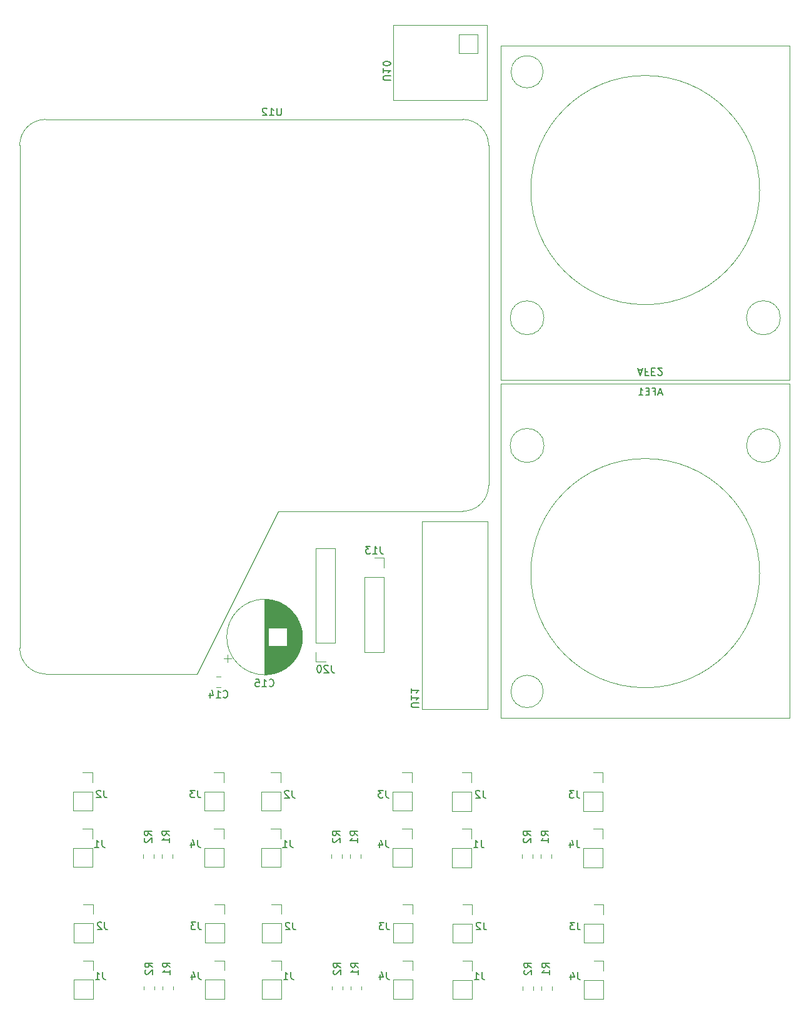
<source format=gbr>
%TF.GenerationSoftware,KiCad,Pcbnew,6.0.7-f9a2dced07~116~ubuntu20.04.1*%
%TF.CreationDate,2022-10-31T15:29:47+01:00*%
%TF.ProjectId,av_citynode_hw,61765f63-6974-4796-9e6f-64655f68772e,rev?*%
%TF.SameCoordinates,Original*%
%TF.FileFunction,Legend,Bot*%
%TF.FilePolarity,Positive*%
%FSLAX46Y46*%
G04 Gerber Fmt 4.6, Leading zero omitted, Abs format (unit mm)*
G04 Created by KiCad (PCBNEW 6.0.7-f9a2dced07~116~ubuntu20.04.1) date 2022-10-31 15:29:47*
%MOMM*%
%LPD*%
G01*
G04 APERTURE LIST*
%ADD10C,0.150000*%
%ADD11C,0.120000*%
G04 APERTURE END LIST*
D10*
%TO.C,J3*%
X246197833Y134634119D02*
X246197833Y133919833D01*
X246245452Y133776976D01*
X246340690Y133681738D01*
X246483547Y133634119D01*
X246578785Y133634119D01*
X245816880Y134634119D02*
X245197833Y134634119D01*
X245531166Y134253166D01*
X245388309Y134253166D01*
X245293071Y134205547D01*
X245245452Y134157928D01*
X245197833Y134062690D01*
X245197833Y133824595D01*
X245245452Y133729357D01*
X245293071Y133681738D01*
X245388309Y133634119D01*
X245674023Y133634119D01*
X245769261Y133681738D01*
X245816880Y133729357D01*
%TO.C,R1*%
X242379880Y128538166D02*
X241903690Y128871500D01*
X242379880Y129109595D02*
X241379880Y129109595D01*
X241379880Y128728642D01*
X241427500Y128633404D01*
X241475119Y128585785D01*
X241570357Y128538166D01*
X241713214Y128538166D01*
X241808452Y128585785D01*
X241856071Y128633404D01*
X241903690Y128728642D01*
X241903690Y129109595D01*
X242379880Y127585785D02*
X242379880Y128157214D01*
X242379880Y127871500D02*
X241379880Y127871500D01*
X241522738Y127966738D01*
X241617976Y128061976D01*
X241665595Y128157214D01*
%TO.C,C15*%
X230403180Y148774857D02*
X230450799Y148727238D01*
X230593656Y148679619D01*
X230688894Y148679619D01*
X230831751Y148727238D01*
X230926989Y148822476D01*
X230974608Y148917714D01*
X231022227Y149108190D01*
X231022227Y149251047D01*
X230974608Y149441523D01*
X230926989Y149536761D01*
X230831751Y149632000D01*
X230688894Y149679619D01*
X230593656Y149679619D01*
X230450799Y149632000D01*
X230403180Y149584380D01*
X229450799Y148679619D02*
X230022227Y148679619D01*
X229736513Y148679619D02*
X229736513Y149679619D01*
X229831751Y149536761D01*
X229926989Y149441523D01*
X230022227Y149393904D01*
X228546037Y149679619D02*
X229022227Y149679619D01*
X229069846Y149203428D01*
X229022227Y149251047D01*
X228926989Y149298666D01*
X228688894Y149298666D01*
X228593656Y149251047D01*
X228546037Y149203428D01*
X228498418Y149108190D01*
X228498418Y148870095D01*
X228546037Y148774857D01*
X228593656Y148727238D01*
X228688894Y148679619D01*
X228926989Y148679619D01*
X229022227Y148727238D01*
X229069846Y148774857D01*
%TO.C,R2*%
X240060880Y110689166D02*
X239584690Y111022500D01*
X240060880Y111260595D02*
X239060880Y111260595D01*
X239060880Y110879642D01*
X239108500Y110784404D01*
X239156119Y110736785D01*
X239251357Y110689166D01*
X239394214Y110689166D01*
X239489452Y110736785D01*
X239537071Y110784404D01*
X239584690Y110879642D01*
X239584690Y111260595D01*
X239156119Y110308214D02*
X239108500Y110260595D01*
X239060880Y110165357D01*
X239060880Y109927261D01*
X239108500Y109832023D01*
X239156119Y109784404D01*
X239251357Y109736785D01*
X239346595Y109736785D01*
X239489452Y109784404D01*
X240060880Y110355833D01*
X240060880Y109736785D01*
%TO.C,J3*%
X272137833Y116774119D02*
X272137833Y116059833D01*
X272185452Y115916976D01*
X272280690Y115821738D01*
X272423547Y115774119D01*
X272518785Y115774119D01*
X271756880Y116774119D02*
X271137833Y116774119D01*
X271471166Y116393166D01*
X271328309Y116393166D01*
X271233071Y116345547D01*
X271185452Y116297928D01*
X271137833Y116202690D01*
X271137833Y115964595D01*
X271185452Y115869357D01*
X271233071Y115821738D01*
X271328309Y115774119D01*
X271614023Y115774119D01*
X271709261Y115821738D01*
X271756880Y115869357D01*
%TO.C,J13*%
X245423523Y167652619D02*
X245423523Y166938333D01*
X245471142Y166795476D01*
X245566380Y166700238D01*
X245709238Y166652619D01*
X245804476Y166652619D01*
X244423523Y166652619D02*
X244994952Y166652619D01*
X244709238Y166652619D02*
X244709238Y167652619D01*
X244804476Y167509761D01*
X244899714Y167414523D01*
X244994952Y167366904D01*
X244090190Y167652619D02*
X243471142Y167652619D01*
X243804476Y167271666D01*
X243661619Y167271666D01*
X243566380Y167224047D01*
X243518761Y167176428D01*
X243471142Y167081190D01*
X243471142Y166843095D01*
X243518761Y166747857D01*
X243566380Y166700238D01*
X243661619Y166652619D01*
X243947333Y166652619D01*
X244042571Y166700238D01*
X244090190Y166747857D01*
%TO.C,R1*%
X268225880Y128527166D02*
X267749690Y128860500D01*
X268225880Y129098595D02*
X267225880Y129098595D01*
X267225880Y128717642D01*
X267273500Y128622404D01*
X267321119Y128574785D01*
X267416357Y128527166D01*
X267559214Y128527166D01*
X267654452Y128574785D01*
X267702071Y128622404D01*
X267749690Y128717642D01*
X267749690Y129098595D01*
X268225880Y127574785D02*
X268225880Y128146214D01*
X268225880Y127860500D02*
X267225880Y127860500D01*
X267368738Y127955738D01*
X267463976Y128050976D01*
X267511595Y128146214D01*
X268319880Y110678166D02*
X267843690Y111011500D01*
X268319880Y111249595D02*
X267319880Y111249595D01*
X267319880Y110868642D01*
X267367500Y110773404D01*
X267415119Y110725785D01*
X267510357Y110678166D01*
X267653214Y110678166D01*
X267748452Y110725785D01*
X267796071Y110773404D01*
X267843690Y110868642D01*
X267843690Y111249595D01*
X268319880Y109725785D02*
X268319880Y110297214D01*
X268319880Y110011500D02*
X267319880Y110011500D01*
X267462738Y110106738D01*
X267557976Y110201976D01*
X267605595Y110297214D01*
%TO.C,J1*%
X207757333Y127916619D02*
X207757333Y127202333D01*
X207804952Y127059476D01*
X207900190Y126964238D01*
X208043047Y126916619D01*
X208138285Y126916619D01*
X206757333Y126916619D02*
X207328761Y126916619D01*
X207043047Y126916619D02*
X207043047Y127916619D01*
X207138285Y127773761D01*
X207233523Y127678523D01*
X207328761Y127630904D01*
%TO.C,J4*%
X220711333Y127916619D02*
X220711333Y127202333D01*
X220758952Y127059476D01*
X220854190Y126964238D01*
X220997047Y126916619D01*
X221092285Y126916619D01*
X219806571Y127583285D02*
X219806571Y126916619D01*
X220044666Y127964238D02*
X220282761Y127249952D01*
X219663714Y127249952D01*
X220805333Y110067619D02*
X220805333Y109353333D01*
X220852952Y109210476D01*
X220948190Y109115238D01*
X221091047Y109067619D01*
X221186285Y109067619D01*
X219900571Y109734285D02*
X219900571Y109067619D01*
X220138666Y110115238D02*
X220376761Y109400952D01*
X219757714Y109400952D01*
%TO.C,R1*%
X216987380Y110702666D02*
X216511190Y111036000D01*
X216987380Y111274095D02*
X215987380Y111274095D01*
X215987380Y110893142D01*
X216035000Y110797904D01*
X216082619Y110750285D01*
X216177857Y110702666D01*
X216320714Y110702666D01*
X216415952Y110750285D01*
X216463571Y110797904D01*
X216511190Y110893142D01*
X216511190Y111274095D01*
X216987380Y109750285D02*
X216987380Y110321714D01*
X216987380Y110036000D02*
X215987380Y110036000D01*
X216130238Y110131238D01*
X216225476Y110226476D01*
X216273095Y110321714D01*
%TO.C,J1*%
X207851333Y110067619D02*
X207851333Y109353333D01*
X207898952Y109210476D01*
X207994190Y109115238D01*
X208137047Y109067619D01*
X208232285Y109067619D01*
X206851333Y109067619D02*
X207422761Y109067619D01*
X207137047Y109067619D02*
X207137047Y110067619D01*
X207232285Y109924761D01*
X207327523Y109829523D01*
X207422761Y109781904D01*
%TO.C,AFE1*%
X283615238Y188362333D02*
X283139047Y188362333D01*
X283710476Y188076619D02*
X283377142Y189076619D01*
X283043809Y188076619D01*
X282377142Y188600428D02*
X282710476Y188600428D01*
X282710476Y188076619D02*
X282710476Y189076619D01*
X282234285Y189076619D01*
X281853333Y188600428D02*
X281520000Y188600428D01*
X281377142Y188076619D02*
X281853333Y188076619D01*
X281853333Y189076619D01*
X281377142Y189076619D01*
X280424761Y188076619D02*
X280996190Y188076619D01*
X280710476Y188076619D02*
X280710476Y189076619D01*
X280805714Y188933761D01*
X280900952Y188838523D01*
X280996190Y188790904D01*
%TO.C,J4*%
X272137833Y110043119D02*
X272137833Y109328833D01*
X272185452Y109185976D01*
X272280690Y109090738D01*
X272423547Y109043119D01*
X272518785Y109043119D01*
X271233071Y109709785D02*
X271233071Y109043119D01*
X271471166Y110090738D02*
X271709261Y109376452D01*
X271090214Y109376452D01*
%TO.C,J3*%
X246291833Y116785119D02*
X246291833Y116070833D01*
X246339452Y115927976D01*
X246434690Y115832738D01*
X246577547Y115785119D01*
X246672785Y115785119D01*
X245910880Y116785119D02*
X245291833Y116785119D01*
X245625166Y116404166D01*
X245482309Y116404166D01*
X245387071Y116356547D01*
X245339452Y116308928D01*
X245291833Y116213690D01*
X245291833Y115975595D01*
X245339452Y115880357D01*
X245387071Y115832738D01*
X245482309Y115785119D01*
X245768023Y115785119D01*
X245863261Y115832738D01*
X245910880Y115880357D01*
%TO.C,R2*%
X265812880Y128527166D02*
X265336690Y128860500D01*
X265812880Y129098595D02*
X264812880Y129098595D01*
X264812880Y128717642D01*
X264860500Y128622404D01*
X264908119Y128574785D01*
X265003357Y128527166D01*
X265146214Y128527166D01*
X265241452Y128574785D01*
X265289071Y128622404D01*
X265336690Y128717642D01*
X265336690Y129098595D01*
X264908119Y128146214D02*
X264860500Y128098595D01*
X264812880Y128003357D01*
X264812880Y127765261D01*
X264860500Y127670023D01*
X264908119Y127622404D01*
X265003357Y127574785D01*
X265098595Y127574785D01*
X265241452Y127622404D01*
X265812880Y128193833D01*
X265812880Y127574785D01*
%TO.C,J4*%
X272043833Y127892119D02*
X272043833Y127177833D01*
X272091452Y127034976D01*
X272186690Y126939738D01*
X272329547Y126892119D01*
X272424785Y126892119D01*
X271139071Y127558785D02*
X271139071Y126892119D01*
X271377166Y127939738D02*
X271615261Y127225452D01*
X270996214Y127225452D01*
%TO.C,J1*%
X233337833Y110054119D02*
X233337833Y109339833D01*
X233385452Y109196976D01*
X233480690Y109101738D01*
X233623547Y109054119D01*
X233718785Y109054119D01*
X232337833Y109054119D02*
X232909261Y109054119D01*
X232623547Y109054119D02*
X232623547Y110054119D01*
X232718785Y109911261D01*
X232814023Y109816023D01*
X232909261Y109768404D01*
%TO.C,R2*%
X239966880Y128538166D02*
X239490690Y128871500D01*
X239966880Y129109595D02*
X238966880Y129109595D01*
X238966880Y128728642D01*
X239014500Y128633404D01*
X239062119Y128585785D01*
X239157357Y128538166D01*
X239300214Y128538166D01*
X239395452Y128585785D01*
X239443071Y128633404D01*
X239490690Y128728642D01*
X239490690Y129109595D01*
X239062119Y128157214D02*
X239014500Y128109595D01*
X238966880Y128014357D01*
X238966880Y127776261D01*
X239014500Y127681023D01*
X239062119Y127633404D01*
X239157357Y127585785D01*
X239252595Y127585785D01*
X239395452Y127633404D01*
X239966880Y128204833D01*
X239966880Y127585785D01*
%TO.C,U12*%
X232009095Y226922619D02*
X232009095Y226113095D01*
X231961476Y226017857D01*
X231913857Y225970238D01*
X231818619Y225922619D01*
X231628142Y225922619D01*
X231532904Y225970238D01*
X231485285Y226017857D01*
X231437666Y226113095D01*
X231437666Y226922619D01*
X230437666Y225922619D02*
X231009095Y225922619D01*
X230723380Y225922619D02*
X230723380Y226922619D01*
X230818619Y226779761D01*
X230913857Y226684523D01*
X231009095Y226636904D01*
X230056714Y226827380D02*
X230009095Y226875000D01*
X229913857Y226922619D01*
X229675761Y226922619D01*
X229580523Y226875000D01*
X229532904Y226827380D01*
X229485285Y226732142D01*
X229485285Y226636904D01*
X229532904Y226494047D01*
X230104333Y225922619D01*
X229485285Y225922619D01*
%TO.C,J1*%
X259089833Y127892119D02*
X259089833Y127177833D01*
X259137452Y127034976D01*
X259232690Y126939738D01*
X259375547Y126892119D01*
X259470785Y126892119D01*
X258089833Y126892119D02*
X258661261Y126892119D01*
X258375547Y126892119D02*
X258375547Y127892119D01*
X258470785Y127749261D01*
X258566023Y127654023D01*
X258661261Y127606404D01*
X259183833Y110043119D02*
X259183833Y109328833D01*
X259231452Y109185976D01*
X259326690Y109090738D01*
X259469547Y109043119D01*
X259564785Y109043119D01*
X258183833Y109043119D02*
X258755261Y109043119D01*
X258469547Y109043119D02*
X258469547Y110043119D01*
X258564785Y109900261D01*
X258660023Y109805023D01*
X258755261Y109757404D01*
%TO.C,J2*%
X233497833Y134634119D02*
X233497833Y133919833D01*
X233545452Y133776976D01*
X233640690Y133681738D01*
X233783547Y133634119D01*
X233878785Y133634119D01*
X233069261Y134538880D02*
X233021642Y134586500D01*
X232926404Y134634119D01*
X232688309Y134634119D01*
X232593071Y134586500D01*
X232545452Y134538880D01*
X232497833Y134443642D01*
X232497833Y134348404D01*
X232545452Y134205547D01*
X233116880Y133634119D01*
X232497833Y133634119D01*
%TO.C,AFE2*%
X280424761Y191489666D02*
X280900952Y191489666D01*
X280329523Y191775380D02*
X280662857Y190775380D01*
X280996190Y191775380D01*
X281662857Y191251571D02*
X281329523Y191251571D01*
X281329523Y191775380D02*
X281329523Y190775380D01*
X281805714Y190775380D01*
X282186666Y191251571D02*
X282520000Y191251571D01*
X282662857Y191775380D02*
X282186666Y191775380D01*
X282186666Y190775380D01*
X282662857Y190775380D01*
X283043809Y190870619D02*
X283091428Y190823000D01*
X283186666Y190775380D01*
X283424761Y190775380D01*
X283520000Y190823000D01*
X283567619Y190870619D01*
X283615238Y190965857D01*
X283615238Y191061095D01*
X283567619Y191203952D01*
X282996190Y191775380D01*
X283615238Y191775380D01*
%TO.C,C14*%
X224174857Y147248857D02*
X224222476Y147201238D01*
X224365333Y147153619D01*
X224460571Y147153619D01*
X224603428Y147201238D01*
X224698666Y147296476D01*
X224746285Y147391714D01*
X224793904Y147582190D01*
X224793904Y147725047D01*
X224746285Y147915523D01*
X224698666Y148010761D01*
X224603428Y148106000D01*
X224460571Y148153619D01*
X224365333Y148153619D01*
X224222476Y148106000D01*
X224174857Y148058380D01*
X223222476Y147153619D02*
X223793904Y147153619D01*
X223508190Y147153619D02*
X223508190Y148153619D01*
X223603428Y148010761D01*
X223698666Y147915523D01*
X223793904Y147867904D01*
X222365333Y147820285D02*
X222365333Y147153619D01*
X222603428Y148201238D02*
X222841523Y147486952D01*
X222222476Y147486952D01*
%TO.C,U11*%
X250622619Y145888904D02*
X249813095Y145888904D01*
X249717857Y145936523D01*
X249670238Y145984142D01*
X249622619Y146079380D01*
X249622619Y146269857D01*
X249670238Y146365095D01*
X249717857Y146412714D01*
X249813095Y146460333D01*
X250622619Y146460333D01*
X249622619Y147460333D02*
X249622619Y146888904D01*
X249622619Y147174619D02*
X250622619Y147174619D01*
X250479761Y147079380D01*
X250384523Y146984142D01*
X250336904Y146888904D01*
X249622619Y148412714D02*
X249622619Y147841285D01*
X249622619Y148127000D02*
X250622619Y148127000D01*
X250479761Y148031761D01*
X250384523Y147936523D01*
X250336904Y147841285D01*
%TO.C,J3*%
X220711333Y134647619D02*
X220711333Y133933333D01*
X220758952Y133790476D01*
X220854190Y133695238D01*
X220997047Y133647619D01*
X221092285Y133647619D01*
X220330380Y134647619D02*
X219711333Y134647619D01*
X220044666Y134266666D01*
X219901809Y134266666D01*
X219806571Y134219047D01*
X219758952Y134171428D01*
X219711333Y134076190D01*
X219711333Y133838095D01*
X219758952Y133742857D01*
X219806571Y133695238D01*
X219901809Y133647619D01*
X220187523Y133647619D01*
X220282761Y133695238D01*
X220330380Y133742857D01*
X272043833Y134623119D02*
X272043833Y133908833D01*
X272091452Y133765976D01*
X272186690Y133670738D01*
X272329547Y133623119D01*
X272424785Y133623119D01*
X271662880Y134623119D02*
X271043833Y134623119D01*
X271377166Y134242166D01*
X271234309Y134242166D01*
X271139071Y134194547D01*
X271091452Y134146928D01*
X271043833Y134051690D01*
X271043833Y133813595D01*
X271091452Y133718357D01*
X271139071Y133670738D01*
X271234309Y133623119D01*
X271520023Y133623119D01*
X271615261Y133670738D01*
X271662880Y133718357D01*
%TO.C,J2*%
X208011333Y134647619D02*
X208011333Y133933333D01*
X208058952Y133790476D01*
X208154190Y133695238D01*
X208297047Y133647619D01*
X208392285Y133647619D01*
X207582761Y134552380D02*
X207535142Y134600000D01*
X207439904Y134647619D01*
X207201809Y134647619D01*
X207106571Y134600000D01*
X207058952Y134552380D01*
X207011333Y134457142D01*
X207011333Y134361904D01*
X207058952Y134219047D01*
X207630380Y133647619D01*
X207011333Y133647619D01*
X259343833Y134623119D02*
X259343833Y133908833D01*
X259391452Y133765976D01*
X259486690Y133670738D01*
X259629547Y133623119D01*
X259724785Y133623119D01*
X258915261Y134527880D02*
X258867642Y134575500D01*
X258772404Y134623119D01*
X258534309Y134623119D01*
X258439071Y134575500D01*
X258391452Y134527880D01*
X258343833Y134432642D01*
X258343833Y134337404D01*
X258391452Y134194547D01*
X258962880Y133623119D01*
X258343833Y133623119D01*
%TO.C,J3*%
X220805333Y116798619D02*
X220805333Y116084333D01*
X220852952Y115941476D01*
X220948190Y115846238D01*
X221091047Y115798619D01*
X221186285Y115798619D01*
X220424380Y116798619D02*
X219805333Y116798619D01*
X220138666Y116417666D01*
X219995809Y116417666D01*
X219900571Y116370047D01*
X219852952Y116322428D01*
X219805333Y116227190D01*
X219805333Y115989095D01*
X219852952Y115893857D01*
X219900571Y115846238D01*
X219995809Y115798619D01*
X220281523Y115798619D01*
X220376761Y115846238D01*
X220424380Y115893857D01*
%TO.C,R1*%
X216893380Y128551666D02*
X216417190Y128885000D01*
X216893380Y129123095D02*
X215893380Y129123095D01*
X215893380Y128742142D01*
X215941000Y128646904D01*
X215988619Y128599285D01*
X216083857Y128551666D01*
X216226714Y128551666D01*
X216321952Y128599285D01*
X216369571Y128646904D01*
X216417190Y128742142D01*
X216417190Y129123095D01*
X216893380Y127599285D02*
X216893380Y128170714D01*
X216893380Y127885000D02*
X215893380Y127885000D01*
X216036238Y127980238D01*
X216131476Y128075476D01*
X216179095Y128170714D01*
%TO.C,U10*%
X246812619Y230724904D02*
X246003095Y230724904D01*
X245907857Y230772523D01*
X245860238Y230820142D01*
X245812619Y230915380D01*
X245812619Y231105857D01*
X245860238Y231201095D01*
X245907857Y231248714D01*
X246003095Y231296333D01*
X246812619Y231296333D01*
X245812619Y232296333D02*
X245812619Y231724904D01*
X245812619Y232010619D02*
X246812619Y232010619D01*
X246669761Y231915380D01*
X246574523Y231820142D01*
X246526904Y231724904D01*
X246812619Y232915380D02*
X246812619Y233010619D01*
X246765000Y233105857D01*
X246717380Y233153476D01*
X246622142Y233201095D01*
X246431666Y233248714D01*
X246193571Y233248714D01*
X246003095Y233201095D01*
X245907857Y233153476D01*
X245860238Y233105857D01*
X245812619Y233010619D01*
X245812619Y232915380D01*
X245860238Y232820142D01*
X245907857Y232772523D01*
X246003095Y232724904D01*
X246193571Y232677285D01*
X246431666Y232677285D01*
X246622142Y232724904D01*
X246717380Y232772523D01*
X246765000Y232820142D01*
X246812619Y232915380D01*
%TO.C,J2*%
X208105333Y116798619D02*
X208105333Y116084333D01*
X208152952Y115941476D01*
X208248190Y115846238D01*
X208391047Y115798619D01*
X208486285Y115798619D01*
X207676761Y116703380D02*
X207629142Y116751000D01*
X207533904Y116798619D01*
X207295809Y116798619D01*
X207200571Y116751000D01*
X207152952Y116703380D01*
X207105333Y116608142D01*
X207105333Y116512904D01*
X207152952Y116370047D01*
X207724380Y115798619D01*
X207105333Y115798619D01*
X233591833Y116785119D02*
X233591833Y116070833D01*
X233639452Y115927976D01*
X233734690Y115832738D01*
X233877547Y115785119D01*
X233972785Y115785119D01*
X233163261Y116689880D02*
X233115642Y116737500D01*
X233020404Y116785119D01*
X232782309Y116785119D01*
X232687071Y116737500D01*
X232639452Y116689880D01*
X232591833Y116594642D01*
X232591833Y116499404D01*
X232639452Y116356547D01*
X233210880Y115785119D01*
X232591833Y115785119D01*
%TO.C,R2*%
X265906880Y110678166D02*
X265430690Y111011500D01*
X265906880Y111249595D02*
X264906880Y111249595D01*
X264906880Y110868642D01*
X264954500Y110773404D01*
X265002119Y110725785D01*
X265097357Y110678166D01*
X265240214Y110678166D01*
X265335452Y110725785D01*
X265383071Y110773404D01*
X265430690Y110868642D01*
X265430690Y111249595D01*
X265002119Y110297214D02*
X264954500Y110249595D01*
X264906880Y110154357D01*
X264906880Y109916261D01*
X264954500Y109821023D01*
X265002119Y109773404D01*
X265097357Y109725785D01*
X265192595Y109725785D01*
X265335452Y109773404D01*
X265906880Y110344833D01*
X265906880Y109725785D01*
%TO.C,R1*%
X242473880Y110689166D02*
X241997690Y111022500D01*
X242473880Y111260595D02*
X241473880Y111260595D01*
X241473880Y110879642D01*
X241521500Y110784404D01*
X241569119Y110736785D01*
X241664357Y110689166D01*
X241807214Y110689166D01*
X241902452Y110736785D01*
X241950071Y110784404D01*
X241997690Y110879642D01*
X241997690Y111260595D01*
X242473880Y109736785D02*
X242473880Y110308214D01*
X242473880Y110022500D02*
X241473880Y110022500D01*
X241616738Y110117738D01*
X241711976Y110212976D01*
X241759595Y110308214D01*
%TO.C,J2*%
X259437833Y116774119D02*
X259437833Y116059833D01*
X259485452Y115916976D01*
X259580690Y115821738D01*
X259723547Y115774119D01*
X259818785Y115774119D01*
X259009261Y116678880D02*
X258961642Y116726500D01*
X258866404Y116774119D01*
X258628309Y116774119D01*
X258533071Y116726500D01*
X258485452Y116678880D01*
X258437833Y116583642D01*
X258437833Y116488404D01*
X258485452Y116345547D01*
X259056880Y115774119D01*
X258437833Y115774119D01*
%TO.C,J4*%
X246291833Y110054119D02*
X246291833Y109339833D01*
X246339452Y109196976D01*
X246434690Y109101738D01*
X246577547Y109054119D01*
X246672785Y109054119D01*
X245387071Y109720785D02*
X245387071Y109054119D01*
X245625166Y110101738D02*
X245863261Y109387452D01*
X245244214Y109387452D01*
%TO.C,R2*%
X214480380Y128551666D02*
X214004190Y128885000D01*
X214480380Y129123095D02*
X213480380Y129123095D01*
X213480380Y128742142D01*
X213528000Y128646904D01*
X213575619Y128599285D01*
X213670857Y128551666D01*
X213813714Y128551666D01*
X213908952Y128599285D01*
X213956571Y128646904D01*
X214004190Y128742142D01*
X214004190Y129123095D01*
X213575619Y128170714D02*
X213528000Y128123095D01*
X213480380Y128027857D01*
X213480380Y127789761D01*
X213528000Y127694523D01*
X213575619Y127646904D01*
X213670857Y127599285D01*
X213766095Y127599285D01*
X213908952Y127646904D01*
X214480380Y128218333D01*
X214480380Y127599285D01*
%TO.C,J4*%
X246197833Y127903119D02*
X246197833Y127188833D01*
X246245452Y127045976D01*
X246340690Y126950738D01*
X246483547Y126903119D01*
X246578785Y126903119D01*
X245293071Y127569785D02*
X245293071Y126903119D01*
X245531166Y127950738D02*
X245769261Y127236452D01*
X245150214Y127236452D01*
%TO.C,J20*%
X238819523Y151567619D02*
X238819523Y150853333D01*
X238867142Y150710476D01*
X238962380Y150615238D01*
X239105238Y150567619D01*
X239200476Y150567619D01*
X238390952Y151472380D02*
X238343333Y151520000D01*
X238248095Y151567619D01*
X238010000Y151567619D01*
X237914761Y151520000D01*
X237867142Y151472380D01*
X237819523Y151377142D01*
X237819523Y151281904D01*
X237867142Y151139047D01*
X238438571Y150567619D01*
X237819523Y150567619D01*
X237200476Y151567619D02*
X237105238Y151567619D01*
X237010000Y151520000D01*
X236962380Y151472380D01*
X236914761Y151377142D01*
X236867142Y151186666D01*
X236867142Y150948571D01*
X236914761Y150758095D01*
X236962380Y150662857D01*
X237010000Y150615238D01*
X237105238Y150567619D01*
X237200476Y150567619D01*
X237295714Y150615238D01*
X237343333Y150662857D01*
X237390952Y150758095D01*
X237438571Y150948571D01*
X237438571Y151186666D01*
X237390952Y151377142D01*
X237343333Y151472380D01*
X237295714Y151520000D01*
X237200476Y151567619D01*
%TO.C,J1*%
X233243833Y127903119D02*
X233243833Y127188833D01*
X233291452Y127045976D01*
X233386690Y126950738D01*
X233529547Y126903119D01*
X233624785Y126903119D01*
X232243833Y126903119D02*
X232815261Y126903119D01*
X232529547Y126903119D02*
X232529547Y127903119D01*
X232624785Y127760261D01*
X232720023Y127665023D01*
X232815261Y127617404D01*
%TO.C,R2*%
X214574380Y110702666D02*
X214098190Y111036000D01*
X214574380Y111274095D02*
X213574380Y111274095D01*
X213574380Y110893142D01*
X213622000Y110797904D01*
X213669619Y110750285D01*
X213764857Y110702666D01*
X213907714Y110702666D01*
X214002952Y110750285D01*
X214050571Y110797904D01*
X214098190Y110893142D01*
X214098190Y111274095D01*
X213669619Y110321714D02*
X213622000Y110274095D01*
X213574380Y110178857D01*
X213574380Y109940761D01*
X213622000Y109845523D01*
X213669619Y109797904D01*
X213764857Y109750285D01*
X213860095Y109750285D01*
X214002952Y109797904D01*
X214574380Y110369333D01*
X214574380Y109750285D01*
D11*
%TO.C,J3*%
X249734500Y131867500D02*
X247074500Y131867500D01*
X249734500Y137067500D02*
X248404500Y137067500D01*
X249734500Y134467500D02*
X247074500Y134467500D01*
X247074500Y134467500D02*
X247074500Y131867500D01*
X249734500Y135737500D02*
X249734500Y137067500D01*
X249734500Y134467500D02*
X249734500Y131867500D01*
%TO.C,R1*%
X242789500Y125947564D02*
X242789500Y125493436D01*
X241319500Y125947564D02*
X241319500Y125493436D01*
%TO.C,C15*%
X234880323Y155382000D02*
G75*
G03*
X234880323Y155382000I-5120000J0D01*
G01*
X231281323Y150532000D02*
X231281323Y154141000D01*
X231761323Y156623000D02*
X231761323Y160056000D01*
X231201323Y156623000D02*
X231201323Y160256000D01*
X234081323Y152673000D02*
X234081323Y158091000D01*
X232601323Y156623000D02*
X232601323Y159603000D01*
X232641323Y156623000D02*
X232641323Y159576000D01*
X232441323Y156623000D02*
X232441323Y159705000D01*
X232401323Y151035000D02*
X232401323Y154141000D01*
X231801323Y150725000D02*
X231801323Y154141000D01*
X232681323Y151216000D02*
X232681323Y154141000D01*
X230561323Y150364000D02*
X230561323Y154141000D01*
X232001323Y150818000D02*
X232001323Y154141000D01*
X230040323Y150309000D02*
X230040323Y160455000D01*
X231881323Y150761000D02*
X231881323Y154141000D01*
X231681323Y156623000D02*
X231681323Y160089000D01*
X234041323Y152612000D02*
X234041323Y158152000D01*
X230440323Y150347000D02*
X230440323Y154141000D01*
X230160323Y150317000D02*
X230160323Y160447000D01*
X231721323Y156623000D02*
X231721323Y160072000D01*
X231441323Y156623000D02*
X231441323Y160179000D01*
X234721323Y154152000D02*
X234721323Y156612000D01*
X232161323Y156623000D02*
X232161323Y159865000D01*
X231041323Y156623000D02*
X231041323Y160300000D01*
X229920323Y150304000D02*
X229920323Y160460000D01*
X230521323Y156623000D02*
X230521323Y160406000D01*
X233881323Y152382000D02*
X233881323Y158382000D01*
X231761323Y150708000D02*
X231761323Y154141000D01*
X234321323Y153093000D02*
X234321323Y157671000D01*
X232081323Y150857000D02*
X232081323Y154141000D01*
X233641323Y152081000D02*
X233641323Y158683000D01*
X232041323Y150837000D02*
X232041323Y154141000D01*
X232721323Y156623000D02*
X232721323Y159520000D01*
X233481323Y151904000D02*
X233481323Y158860000D01*
X231561323Y150628000D02*
X231561323Y154141000D01*
X232241323Y150942000D02*
X232241323Y154141000D01*
X230521323Y150358000D02*
X230521323Y154141000D01*
X234281323Y153017000D02*
X234281323Y157747000D01*
X230681323Y150385000D02*
X230681323Y154141000D01*
X232681323Y156623000D02*
X232681323Y159548000D01*
X234361323Y153173000D02*
X234361323Y157591000D01*
X230400323Y150342000D02*
X230400323Y154141000D01*
X229960323Y150305000D02*
X229960323Y160459000D01*
X232041323Y156623000D02*
X232041323Y159927000D01*
X231921323Y156623000D02*
X231921323Y159985000D01*
X234121323Y152737000D02*
X234121323Y158027000D01*
X232281323Y156623000D02*
X232281323Y159799000D01*
X232321323Y156623000D02*
X232321323Y159777000D01*
X230641323Y156623000D02*
X230641323Y160386000D01*
X231001323Y156623000D02*
X231001323Y160310000D01*
X232841323Y151332000D02*
X232841323Y159432000D01*
X230721323Y150392000D02*
X230721323Y154141000D01*
X231201323Y150508000D02*
X231201323Y154141000D01*
X230400323Y156623000D02*
X230400323Y160422000D01*
X232881323Y151362000D02*
X232881323Y159402000D01*
X231841323Y156623000D02*
X231841323Y160021000D01*
X232761323Y151272000D02*
X232761323Y159492000D01*
X231481323Y150599000D02*
X231481323Y154141000D01*
X231121323Y156623000D02*
X231121323Y160279000D01*
X231281323Y156623000D02*
X231281323Y160232000D01*
X231641323Y150659000D02*
X231641323Y154141000D01*
X231361323Y150558000D02*
X231361323Y154141000D01*
X232161323Y150899000D02*
X232161323Y154141000D01*
X231321323Y156623000D02*
X231321323Y160219000D01*
X232721323Y151244000D02*
X232721323Y154141000D01*
X230641323Y150378000D02*
X230641323Y154141000D01*
X231841323Y150743000D02*
X231841323Y154141000D01*
X231361323Y156623000D02*
X231361323Y160206000D01*
X230761323Y156623000D02*
X230761323Y160364000D01*
X233841323Y152328000D02*
X233841323Y158436000D01*
X231961323Y150798000D02*
X231961323Y154141000D01*
X230320323Y150332000D02*
X230320323Y154141000D01*
X233201323Y151629000D02*
X233201323Y159135000D01*
X231441323Y150585000D02*
X231441323Y154141000D01*
X231481323Y156623000D02*
X231481323Y160165000D01*
X232201323Y150920000D02*
X232201323Y154141000D01*
X231681323Y150675000D02*
X231681323Y154141000D01*
X234681323Y154004000D02*
X234681323Y156760000D01*
X234001323Y152552000D02*
X234001323Y158212000D01*
X231401323Y150571000D02*
X231401323Y154141000D01*
X233401323Y151821000D02*
X233401323Y158943000D01*
X234801323Y154520000D02*
X234801323Y156244000D01*
X234201323Y152872000D02*
X234201323Y157892000D01*
X234481323Y153438000D02*
X234481323Y157326000D01*
X233241323Y151666000D02*
X233241323Y159098000D01*
X233761323Y152226000D02*
X233761323Y158538000D01*
X233281323Y151703000D02*
X233281323Y159061000D01*
X231801323Y156623000D02*
X231801323Y160039000D01*
X233441323Y151862000D02*
X233441323Y158902000D01*
X230200323Y150320000D02*
X230200323Y160444000D01*
X233121323Y151558000D02*
X233121323Y159206000D01*
X230881323Y150426000D02*
X230881323Y154141000D01*
X230761323Y150400000D02*
X230761323Y154141000D01*
X230601323Y156623000D02*
X230601323Y160393000D01*
X232121323Y156623000D02*
X232121323Y159886000D01*
X230841323Y156623000D02*
X230841323Y160347000D01*
X230481323Y150352000D02*
X230481323Y154141000D01*
X224780677Y152007000D02*
X224780677Y153007000D01*
X230481323Y156623000D02*
X230481323Y160412000D01*
X231921323Y150779000D02*
X231921323Y154141000D01*
X229880323Y150303000D02*
X229880323Y160461000D01*
X234241323Y152943000D02*
X234241323Y157821000D01*
X232081323Y156623000D02*
X232081323Y159907000D01*
X230841323Y150417000D02*
X230841323Y154141000D01*
X231001323Y150454000D02*
X231001323Y154141000D01*
X232441323Y151059000D02*
X232441323Y154141000D01*
X230360323Y156623000D02*
X230360323Y160427000D01*
X232521323Y151109000D02*
X232521323Y154141000D01*
X231601323Y150644000D02*
X231601323Y154141000D01*
X232201323Y156623000D02*
X232201323Y159844000D01*
X234841323Y154783000D02*
X234841323Y155981000D01*
X230240323Y150324000D02*
X230240323Y160440000D01*
X230881323Y156623000D02*
X230881323Y160338000D01*
X224280677Y152507000D02*
X225280677Y152507000D01*
X232641323Y151188000D02*
X232641323Y154141000D01*
X232521323Y156623000D02*
X232521323Y159655000D01*
X233801323Y152276000D02*
X233801323Y158488000D01*
X234401323Y153257000D02*
X234401323Y157507000D01*
X232401323Y156623000D02*
X232401323Y159729000D01*
X231321323Y150545000D02*
X231321323Y154141000D01*
X231121323Y150485000D02*
X231121323Y154141000D01*
X234441323Y153345000D02*
X234441323Y157419000D01*
X230801323Y150408000D02*
X230801323Y154141000D01*
X232801323Y151302000D02*
X232801323Y159462000D01*
X232601323Y151161000D02*
X232601323Y154141000D01*
X232481323Y151084000D02*
X232481323Y154141000D01*
X231161323Y150497000D02*
X231161323Y154141000D01*
X230681323Y156623000D02*
X230681323Y160379000D01*
X232561323Y156623000D02*
X232561323Y159629000D01*
X231401323Y156623000D02*
X231401323Y160193000D01*
X234561323Y153640000D02*
X234561323Y157124000D01*
X232961323Y151425000D02*
X232961323Y159339000D01*
X231041323Y150464000D02*
X231041323Y154141000D01*
X230360323Y150337000D02*
X230360323Y154141000D01*
X233521323Y151946000D02*
X233521323Y158818000D01*
X230080323Y150312000D02*
X230080323Y160452000D01*
X233681323Y152128000D02*
X233681323Y158636000D01*
X233961323Y152493000D02*
X233961323Y158271000D01*
X233041323Y151490000D02*
X233041323Y159274000D01*
X230440323Y156623000D02*
X230440323Y160417000D01*
X233161323Y151593000D02*
X233161323Y159171000D01*
X230921323Y150435000D02*
X230921323Y154141000D01*
X231961323Y156623000D02*
X231961323Y159966000D01*
X233321323Y151742000D02*
X233321323Y159022000D01*
X230601323Y150371000D02*
X230601323Y154141000D01*
X232921323Y151393000D02*
X232921323Y159371000D01*
X231881323Y156623000D02*
X231881323Y160003000D01*
X231641323Y156623000D02*
X231641323Y160105000D01*
X234761323Y154320000D02*
X234761323Y156444000D01*
X232481323Y156623000D02*
X232481323Y159680000D01*
X233081323Y151524000D02*
X233081323Y159240000D01*
X232561323Y151135000D02*
X232561323Y154141000D01*
X231081323Y156623000D02*
X231081323Y160289000D01*
X233601323Y152035000D02*
X233601323Y158729000D01*
X230561323Y156623000D02*
X230561323Y160400000D01*
X230320323Y156623000D02*
X230320323Y160432000D01*
X232001323Y156623000D02*
X232001323Y159946000D01*
X234601323Y153752000D02*
X234601323Y157012000D01*
X232121323Y150878000D02*
X232121323Y154141000D01*
X230961323Y150444000D02*
X230961323Y154141000D01*
X230801323Y156623000D02*
X230801323Y160356000D01*
X233721323Y152176000D02*
X233721323Y158588000D01*
X231521323Y150614000D02*
X231521323Y154141000D01*
X231161323Y156623000D02*
X231161323Y160267000D01*
X231241323Y156623000D02*
X231241323Y160244000D01*
X234521323Y153536000D02*
X234521323Y157228000D01*
X233561323Y151990000D02*
X233561323Y158774000D01*
X233361323Y151781000D02*
X233361323Y158983000D01*
X229800323Y150302000D02*
X229800323Y160462000D01*
X230921323Y156623000D02*
X230921323Y160329000D01*
X230000323Y150307000D02*
X230000323Y160457000D01*
X232281323Y150965000D02*
X232281323Y154141000D01*
X232321323Y150987000D02*
X232321323Y154141000D01*
X231081323Y150475000D02*
X231081323Y154141000D01*
X230280323Y150328000D02*
X230280323Y154141000D01*
X231521323Y156623000D02*
X231521323Y160150000D01*
X233001323Y151457000D02*
X233001323Y159307000D01*
X234641323Y153872000D02*
X234641323Y156892000D01*
X229840323Y150302000D02*
X229840323Y160462000D01*
X232361323Y151011000D02*
X232361323Y154141000D01*
X230280323Y156623000D02*
X230280323Y160436000D01*
X231721323Y150692000D02*
X231721323Y154141000D01*
X233921323Y152437000D02*
X233921323Y158327000D01*
X229760323Y150302000D02*
X229760323Y160462000D01*
X230120323Y150314000D02*
X230120323Y160450000D01*
X234161323Y152803000D02*
X234161323Y157961000D01*
X230721323Y156623000D02*
X230721323Y160372000D01*
X232241323Y156623000D02*
X232241323Y159822000D01*
X232361323Y156623000D02*
X232361323Y159753000D01*
X231601323Y156623000D02*
X231601323Y160120000D01*
X231241323Y150520000D02*
X231241323Y154141000D01*
X231561323Y156623000D02*
X231561323Y160136000D01*
X230961323Y156623000D02*
X230961323Y160320000D01*
%TO.C,R2*%
X240343500Y108098564D02*
X240343500Y107644436D01*
X238873500Y108098564D02*
X238873500Y107644436D01*
%TO.C,J3*%
X275674500Y114007500D02*
X273014500Y114007500D01*
X275674500Y119207500D02*
X274344500Y119207500D01*
X275674500Y116607500D02*
X273014500Y116607500D01*
X273014500Y116607500D02*
X273014500Y114007500D01*
X275674500Y117877500D02*
X275674500Y119207500D01*
X275674500Y116607500D02*
X275674500Y114007500D01*
%TO.C,J13*%
X245944000Y153285000D02*
X243284000Y153285000D01*
X243284000Y163505000D02*
X243284000Y153285000D01*
X245944000Y164775000D02*
X245944000Y166105000D01*
X245944000Y163505000D02*
X243284000Y163505000D01*
X245944000Y166105000D02*
X244614000Y166105000D01*
X245944000Y163505000D02*
X245944000Y153285000D01*
%TO.C,R1*%
X268635500Y125936564D02*
X268635500Y125482436D01*
X267165500Y125936564D02*
X267165500Y125482436D01*
X268729500Y108087564D02*
X268729500Y107633436D01*
X267259500Y108087564D02*
X267259500Y107633436D01*
%TO.C,J1*%
X203808000Y126861000D02*
X203808000Y124261000D01*
X206468000Y129461000D02*
X205138000Y129461000D01*
X206468000Y126861000D02*
X206468000Y124261000D01*
X206468000Y128131000D02*
X206468000Y129461000D01*
X206468000Y124261000D02*
X203808000Y124261000D01*
X206468000Y126861000D02*
X203808000Y126861000D01*
%TO.C,J4*%
X224248000Y126861000D02*
X224248000Y124261000D01*
X224248000Y124261000D02*
X221588000Y124261000D01*
X224248000Y128131000D02*
X224248000Y129461000D01*
X224248000Y126861000D02*
X221588000Y126861000D01*
X224248000Y129461000D02*
X222918000Y129461000D01*
X221588000Y126861000D02*
X221588000Y124261000D01*
X224342000Y109012000D02*
X224342000Y106412000D01*
X224342000Y106412000D02*
X221682000Y106412000D01*
X224342000Y110282000D02*
X224342000Y111612000D01*
X224342000Y109012000D02*
X221682000Y109012000D01*
X224342000Y111612000D02*
X223012000Y111612000D01*
X221682000Y109012000D02*
X221682000Y106412000D01*
%TO.C,R1*%
X217397000Y108112064D02*
X217397000Y107657936D01*
X215927000Y108112064D02*
X215927000Y107657936D01*
%TO.C,J1*%
X203902000Y109012000D02*
X203902000Y106412000D01*
X206562000Y111612000D02*
X205232000Y111612000D01*
X206562000Y109012000D02*
X206562000Y106412000D01*
X206562000Y110282000D02*
X206562000Y111612000D01*
X206562000Y106412000D02*
X203902000Y106412000D01*
X206562000Y109012000D02*
X203902000Y109012000D01*
%TO.C,AFE1*%
X299619068Y198562000D02*
G75*
G03*
X299619068Y198562000I-2300068J0D01*
G01*
X267485177Y231836000D02*
G75*
G03*
X267485177Y231836000I-2170177J0D01*
G01*
X267601000Y198562000D02*
G75*
G03*
X267601000Y198562000I-2286000J0D01*
G01*
X296813082Y215834000D02*
G75*
G03*
X296813082Y215834000I-15496082J0D01*
G01*
X300875000Y235392000D02*
X261759000Y235392000D01*
X261759000Y235392000D02*
X261759000Y190180000D01*
X300875000Y190180000D02*
X300875000Y235138000D01*
X282841000Y190180000D02*
X300875000Y190180000D01*
X300875000Y235138000D02*
X300875000Y235392000D01*
X261759000Y190180000D02*
X282841000Y190180000D01*
%TO.C,J4*%
X275674500Y108987500D02*
X275674500Y106387500D01*
X275674500Y106387500D02*
X273014500Y106387500D01*
X275674500Y110257500D02*
X275674500Y111587500D01*
X275674500Y108987500D02*
X273014500Y108987500D01*
X275674500Y111587500D02*
X274344500Y111587500D01*
X273014500Y108987500D02*
X273014500Y106387500D01*
%TO.C,J3*%
X249828500Y114018500D02*
X247168500Y114018500D01*
X249828500Y119218500D02*
X248498500Y119218500D01*
X249828500Y116618500D02*
X247168500Y116618500D01*
X247168500Y116618500D02*
X247168500Y114018500D01*
X249828500Y117888500D02*
X249828500Y119218500D01*
X249828500Y116618500D02*
X249828500Y114018500D01*
%TO.C,R2*%
X266095500Y125936564D02*
X266095500Y125482436D01*
X264625500Y125936564D02*
X264625500Y125482436D01*
%TO.C,J4*%
X275580500Y126836500D02*
X275580500Y124236500D01*
X275580500Y124236500D02*
X272920500Y124236500D01*
X275580500Y128106500D02*
X275580500Y129436500D01*
X275580500Y126836500D02*
X272920500Y126836500D01*
X275580500Y129436500D02*
X274250500Y129436500D01*
X272920500Y126836500D02*
X272920500Y124236500D01*
%TO.C,J1*%
X229388500Y108998500D02*
X229388500Y106398500D01*
X232048500Y111598500D02*
X230718500Y111598500D01*
X232048500Y108998500D02*
X232048500Y106398500D01*
X232048500Y110268500D02*
X232048500Y111598500D01*
X232048500Y106398500D02*
X229388500Y106398500D01*
X232048500Y108998500D02*
X229388500Y108998500D01*
%TO.C,R2*%
X240249500Y125947564D02*
X240249500Y125493436D01*
X238779500Y125947564D02*
X238779500Y125493436D01*
%TO.C,U12*%
X256608000Y225394000D02*
X200108000Y225394000D01*
X196608000Y221894000D02*
X196608000Y153894000D01*
X231608000Y172394000D02*
X256608000Y172394000D01*
X220608000Y150394000D02*
X231608000Y172394000D01*
X260108000Y221894000D02*
X260108000Y175894000D01*
X200108000Y150394000D02*
X220608000Y150394000D01*
X196608000Y153894000D02*
G75*
G03*
X200108000Y150394000I3499999J-1D01*
G01*
X260108000Y221894000D02*
G75*
G03*
X256608000Y225394000I-3500000J0D01*
G01*
X200108000Y225394000D02*
G75*
G03*
X196608000Y221894000I0J-3500000D01*
G01*
X256608000Y172394000D02*
G75*
G03*
X260108000Y175894000I1J3499999D01*
G01*
%TO.C,J1*%
X255140500Y126836500D02*
X255140500Y124236500D01*
X257800500Y129436500D02*
X256470500Y129436500D01*
X257800500Y126836500D02*
X257800500Y124236500D01*
X257800500Y128106500D02*
X257800500Y129436500D01*
X257800500Y124236500D02*
X255140500Y124236500D01*
X257800500Y126836500D02*
X255140500Y126836500D01*
X255234500Y108987500D02*
X255234500Y106387500D01*
X257894500Y111587500D02*
X256564500Y111587500D01*
X257894500Y108987500D02*
X257894500Y106387500D01*
X257894500Y110257500D02*
X257894500Y111587500D01*
X257894500Y106387500D02*
X255234500Y106387500D01*
X257894500Y108987500D02*
X255234500Y108987500D01*
%TO.C,J2*%
X229294500Y134467500D02*
X229294500Y131867500D01*
X231954500Y135737500D02*
X231954500Y137067500D01*
X231954500Y134467500D02*
X231954500Y131867500D01*
X231954500Y134467500D02*
X229294500Y134467500D01*
X231954500Y137067500D02*
X230624500Y137067500D01*
X231954500Y131867500D02*
X229294500Y131867500D01*
%TO.C,AFE2*%
X267615068Y181290000D02*
G75*
G03*
X267615068Y181290000I-2300068J0D01*
G01*
X299605000Y181290000D02*
G75*
G03*
X299605000Y181290000I-2286000J0D01*
G01*
X296813082Y164018000D02*
G75*
G03*
X296813082Y164018000I-15496082J0D01*
G01*
X267499991Y148016000D02*
G75*
G03*
X267499991Y148016000I-2184991J0D01*
G01*
X300875000Y189672000D02*
X279793000Y189672000D01*
X261759000Y144460000D02*
X300875000Y144460000D01*
X279793000Y189672000D02*
X261759000Y189672000D01*
X261759000Y144714000D02*
X261759000Y144460000D01*
X261759000Y189672000D02*
X261759000Y144714000D01*
X300875000Y144460000D02*
X300875000Y189672000D01*
%TO.C,C14*%
X223270748Y148551000D02*
X223793252Y148551000D01*
X223270748Y150021000D02*
X223793252Y150021000D01*
%TO.C,U11*%
X251099000Y145603000D02*
X259989000Y145603000D01*
X259989000Y145603000D02*
X259989000Y171003000D01*
X259989000Y171003000D02*
X251099000Y171003000D01*
X251099000Y171003000D02*
X251099000Y145603000D01*
%TO.C,J3*%
X224248000Y131881000D02*
X221588000Y131881000D01*
X224248000Y137081000D02*
X222918000Y137081000D01*
X224248000Y134481000D02*
X221588000Y134481000D01*
X221588000Y134481000D02*
X221588000Y131881000D01*
X224248000Y135751000D02*
X224248000Y137081000D01*
X224248000Y134481000D02*
X224248000Y131881000D01*
X275580500Y131856500D02*
X272920500Y131856500D01*
X275580500Y137056500D02*
X274250500Y137056500D01*
X275580500Y134456500D02*
X272920500Y134456500D01*
X272920500Y134456500D02*
X272920500Y131856500D01*
X275580500Y135726500D02*
X275580500Y137056500D01*
X275580500Y134456500D02*
X275580500Y131856500D01*
%TO.C,J2*%
X203808000Y134481000D02*
X203808000Y131881000D01*
X206468000Y135751000D02*
X206468000Y137081000D01*
X206468000Y134481000D02*
X206468000Y131881000D01*
X206468000Y134481000D02*
X203808000Y134481000D01*
X206468000Y137081000D02*
X205138000Y137081000D01*
X206468000Y131881000D02*
X203808000Y131881000D01*
X255140500Y134456500D02*
X255140500Y131856500D01*
X257800500Y135726500D02*
X257800500Y137056500D01*
X257800500Y134456500D02*
X257800500Y131856500D01*
X257800500Y134456500D02*
X255140500Y134456500D01*
X257800500Y137056500D02*
X256470500Y137056500D01*
X257800500Y131856500D02*
X255140500Y131856500D01*
%TO.C,J3*%
X224342000Y114032000D02*
X221682000Y114032000D01*
X224342000Y119232000D02*
X223012000Y119232000D01*
X224342000Y116632000D02*
X221682000Y116632000D01*
X221682000Y116632000D02*
X221682000Y114032000D01*
X224342000Y117902000D02*
X224342000Y119232000D01*
X224342000Y116632000D02*
X224342000Y114032000D01*
%TO.C,R1*%
X217303000Y125961064D02*
X217303000Y125506936D01*
X215833000Y125961064D02*
X215833000Y125506936D01*
%TO.C,U10*%
X258584000Y234376000D02*
X256044000Y234376000D01*
X256044000Y234376000D02*
X256044000Y236916000D01*
X256044000Y236916000D02*
X258584000Y236916000D01*
X258584000Y236916000D02*
X258584000Y234376000D01*
X247154000Y228026000D02*
X259854000Y228026000D01*
X259854000Y228026000D02*
X259854000Y238186000D01*
X259854000Y238186000D02*
X247154000Y238186000D01*
X247154000Y238186000D02*
X247154000Y228026000D01*
%TO.C,J2*%
X203902000Y116632000D02*
X203902000Y114032000D01*
X206562000Y117902000D02*
X206562000Y119232000D01*
X206562000Y116632000D02*
X206562000Y114032000D01*
X206562000Y116632000D02*
X203902000Y116632000D01*
X206562000Y119232000D02*
X205232000Y119232000D01*
X206562000Y114032000D02*
X203902000Y114032000D01*
X229388500Y116618500D02*
X229388500Y114018500D01*
X232048500Y117888500D02*
X232048500Y119218500D01*
X232048500Y116618500D02*
X232048500Y114018500D01*
X232048500Y116618500D02*
X229388500Y116618500D01*
X232048500Y119218500D02*
X230718500Y119218500D01*
X232048500Y114018500D02*
X229388500Y114018500D01*
%TO.C,R2*%
X266189500Y108087564D02*
X266189500Y107633436D01*
X264719500Y108087564D02*
X264719500Y107633436D01*
%TO.C,R1*%
X242883500Y108098564D02*
X242883500Y107644436D01*
X241413500Y108098564D02*
X241413500Y107644436D01*
%TO.C,J2*%
X255234500Y116607500D02*
X255234500Y114007500D01*
X257894500Y117877500D02*
X257894500Y119207500D01*
X257894500Y116607500D02*
X257894500Y114007500D01*
X257894500Y116607500D02*
X255234500Y116607500D01*
X257894500Y119207500D02*
X256564500Y119207500D01*
X257894500Y114007500D02*
X255234500Y114007500D01*
%TO.C,J4*%
X249828500Y108998500D02*
X249828500Y106398500D01*
X249828500Y106398500D02*
X247168500Y106398500D01*
X249828500Y110268500D02*
X249828500Y111598500D01*
X249828500Y108998500D02*
X247168500Y108998500D01*
X249828500Y111598500D02*
X248498500Y111598500D01*
X247168500Y108998500D02*
X247168500Y106398500D01*
%TO.C,R2*%
X214763000Y125961064D02*
X214763000Y125506936D01*
X213293000Y125961064D02*
X213293000Y125506936D01*
%TO.C,J4*%
X249734500Y126847500D02*
X249734500Y124247500D01*
X249734500Y124247500D02*
X247074500Y124247500D01*
X249734500Y128117500D02*
X249734500Y129447500D01*
X249734500Y126847500D02*
X247074500Y126847500D01*
X249734500Y129447500D02*
X248404500Y129447500D01*
X247074500Y126847500D02*
X247074500Y124247500D01*
%TO.C,J20*%
X236680000Y154620000D02*
X236680000Y167380000D01*
X236680000Y154620000D02*
X239340000Y154620000D01*
X236680000Y152020000D02*
X238010000Y152020000D01*
X236680000Y153350000D02*
X236680000Y152020000D01*
X236680000Y167380000D02*
X239340000Y167380000D01*
X239340000Y154620000D02*
X239340000Y167380000D01*
%TO.C,J1*%
X229294500Y126847500D02*
X229294500Y124247500D01*
X231954500Y129447500D02*
X230624500Y129447500D01*
X231954500Y126847500D02*
X231954500Y124247500D01*
X231954500Y128117500D02*
X231954500Y129447500D01*
X231954500Y124247500D02*
X229294500Y124247500D01*
X231954500Y126847500D02*
X229294500Y126847500D01*
%TO.C,R2*%
X214857000Y108112064D02*
X214857000Y107657936D01*
X213387000Y108112064D02*
X213387000Y107657936D01*
%TD*%
M02*

</source>
